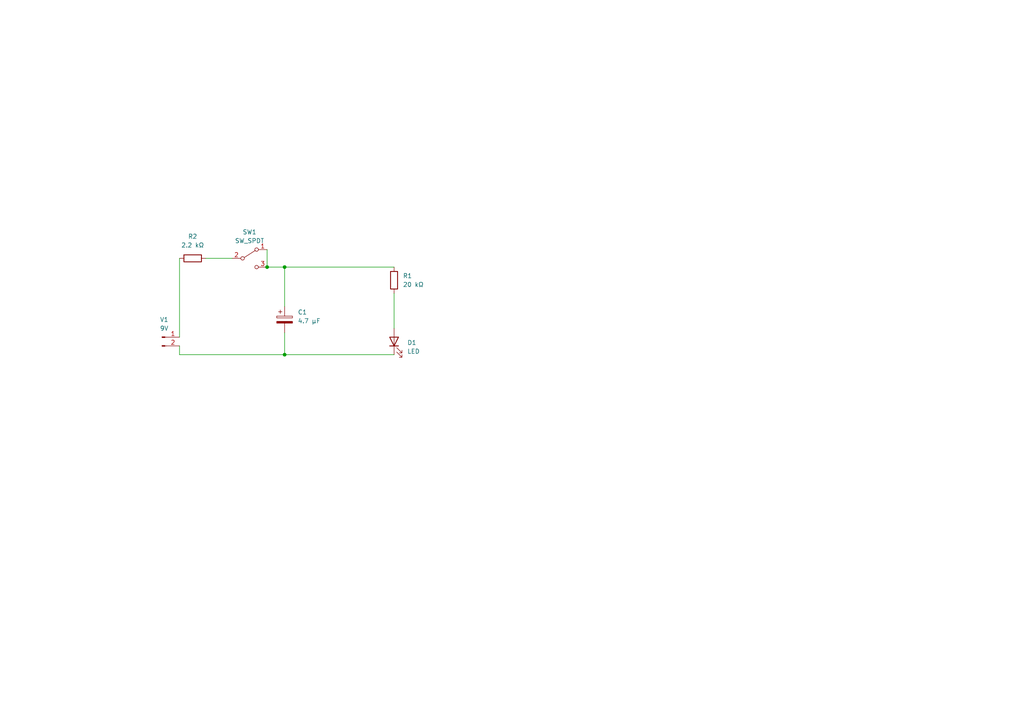
<source format=kicad_sch>
(kicad_sch (version 20211123) (generator eeschema)
  (paper "A4")
  (lib_symbols
    (symbol "Connector:Conn_01x02_Male" (pin_names (offset 1.016) hide)
      (property "Reference" "J" (at 0 2.54 0))
      (property "Value" "Conn_01x02_Male" (at 0 -5.08 0))
      (symbol "Conn_01x02_Male_1_1"
        (polyline (pts (xy 1.27 -2.54) (xy 0.8636 -2.54)) (stroke (width 0.1524)))
        (polyline (pts (xy 1.27 0) (xy 0.8636 0)) (stroke (width 0.1524)))
        (rectangle (start 0.8636 -2.413) (end 0 -2.667) (stroke (width 0.1524)) (fill (type outline)))
        (rectangle (start 0.8636 0.127) (end 0 -0.127) (stroke (width 0.1524)) (fill (type outline)))
        (pin passive line (at 5.08 0 180) (length 3.81) (name "Pin_1") (number "1"))
        (pin passive line (at 5.08 -2.54 180) (length 3.81) (name "Pin_2") (number "2"))
      )
    )
    (symbol "Device:C_Polarized" (pin_numbers hide) (pin_names (offset 0.254))
      (property "Reference" "C" (at 0.635 2.54 0))
      (property "Value" "C_Polarized" (at 0.635 -2.54 0))
      (symbol "C_Polarized_0_1"
        (rectangle (start -2.286 0.508) (end 2.286 1.016))
        (polyline (pts (xy -1.778 2.286) (xy -0.762 2.286)))
        (polyline (pts (xy -1.27 2.794) (xy -1.27 1.778)))
        (rectangle (start 2.286 -0.508) (end -2.286 -1.016) (fill (type outline)))
      )
      (symbol "C_Polarized_1_1"
        (pin passive line (at 0 3.81 270) (length 2.794) (name "~") (number "1"))
        (pin passive line (at 0 -3.81 90) (length 2.794) (name "~") (number "2"))
      )
    )
    (symbol "Device:LED" (pin_numbers hide) (pin_names (offset 1.016) hide)
      (property "Reference" "D" (at 0 2.54 0))
      (property "Value" "LED" (at 0 -2.54 0))
      (symbol "LED_0_1"
        (polyline (pts (xy -1.27 -1.27) (xy -1.27 1.27)) (stroke (width 0.254)))
        (polyline (pts (xy -1.27 0) (xy 1.27 0)))
        (polyline (pts (xy 1.27 -1.27) (xy 1.27 1.27) (xy -1.27 0) (xy 1.27 -1.27)) (stroke (width 0.254)))
        (polyline (pts (xy -3.048 -0.762) (xy -4.572 -2.286) (xy -3.81 -2.286) (xy -4.572 -2.286) (xy -4.572 -1.524)))
        (polyline (pts (xy -1.778 -0.762) (xy -3.302 -2.286) (xy -2.54 -2.286) (xy -3.302 -2.286) (xy -3.302 -1.524)))
      )
      (symbol "LED_1_1"
        (pin passive line (at -3.81 0 0) (length 2.54) (name "K") (number "1"))
        (pin passive line (at 3.81 0 180) (length 2.54) (name "A") (number "2"))
      )
    )
    (symbol "Device:R" (pin_numbers hide) (pin_names (offset 0))
      (property "Reference" "R" (at 2.032 0 90))
      (property "Value" "R" (at 0 0 90))
      (symbol "R_0_1"
        (rectangle (start -1.016 -2.54) (end 1.016 2.54) (stroke (width 0.254)))
      )
      (symbol "R_1_1"
        (pin passive line (at 0 3.81 270) (length 1.27) (name "~") (number "1"))
        (pin passive line (at 0 -3.81 90) (length 1.27) (name "~") (number "2"))
      )
    )
    (symbol "Switch:SW_SPDT" (pin_names (offset 0) hide)
      (property "Reference" "SW" (at 0 4.318 0))
      (property "Value" "SW_SPDT" (at 0 -5.08 0))
      (symbol "SW_SPDT_0_0"
        (circle (center -2.032 0) (radius 0.508))
        (circle (center 2.032 -2.54) (radius 0.508))
      )
      (symbol "SW_SPDT_0_1"
        (polyline (pts (xy -1.524 0.254) (xy 1.651 2.286)))
        (circle (center 2.032 2.54) (radius 0.508))
      )
      (symbol "SW_SPDT_1_1"
        (pin passive line (at 5.08 2.54 180) (length 2.54) (name "A") (number "1"))
        (pin passive line (at -5.08 0 0) (length 2.54) (name "B") (number "2"))
        (pin passive line (at 5.08 -2.54 180) (length 2.54) (name "C") (number "3"))
      )
    )
  )
  (junction (at 82.55 77.47))
  (junction (at 77.47 77.47))
  (junction (at 82.55 102.87))
  (wire (pts (xy 114.3 85.09) (xy 114.3 95.25)))
  (wire (pts (xy 82.55 77.47) (xy 114.3 77.47)))
  (wire (pts (xy 52.07 102.87) (xy 52.07 100.33)))
  (wire (pts (xy 77.47 72.39) (xy 77.47 77.47)))
  (wire (pts (xy 77.47 77.47) (xy 82.55 77.47)))
  (wire (pts (xy 52.07 74.93) (xy 52.07 97.79)))
  (wire (pts (xy 59.69 74.93) (xy 67.31 74.93)))
  (wire (pts (xy 82.55 102.87) (xy 52.07 102.87)))
  (wire (pts (xy 114.3 102.87) (xy 82.55 102.87)))
  (wire (pts (xy 82.55 77.47) (xy 82.55 88.9)))
  (wire (pts (xy 82.55 96.52) (xy 82.55 102.87)))
  (symbol (lib_id "Device:LED") (at 114.3 99.06 90) (unit 1)
    (property "Reference" "D1" (at 118.11 99.3774 90) (effects (justify right)))
    (property "Value" "LED" (at 118.11 101.9174 90) (effects (justify right)))
    (property "Footprint" "LED_THT:LED_D5.0mm" (effects hide))
  )
  (symbol (lib_id "Device:R") (at 55.88 74.93 270) (unit 1)
    (property "Reference" "R2" (at 55.88 68.58 90))
    (property "Value" "2.2 kΩ" (at 55.88 71.12 90))
    (property "Footprint" "Resistor_THT:R_Axial_DIN0516_L15.5mm_D5.0mm_P20.32mm_Horizontal" (effects hide))
  )
  (symbol (lib_id "Connector:Conn_01x02_Male") (at 46.99 97.79 0) (unit 1)
    (property "Reference" "V1" (at 47.625 92.71 0))
    (property "Value" "9V" (at 47.625 95.25 0))
    (property "Footprint" "Connector_JST:JST_PH_B2B-PH-K_1x02_P2.00mm_Vertical" (effects hide))
  )
  (symbol (lib_id "Device:C_Polarized") (at 82.55 92.71 0) (unit 1)
    (property "Reference" "C1" (at 86.36 90.5509 0) (effects (justify left)))
    (property "Value" "4.7 μF" (at 86.36 93.0909 0) (effects (justify left)))
    (property "Footprint" "Capacitor_THT:C_Radial_D5.0mm_H5.0mm_P2.00mm" (effects hide))
  )
  (symbol (lib_id "Device:R") (at 114.3 81.28 0) (unit 1)
    (property "Reference" "R1" (at 116.84 80.0099 0) (effects (justify left)))
    (property "Value" "20 kΩ" (at 116.84 82.5499 0) (effects (justify left)))
    (property "Footprint" "Resistor_THT:R_Axial_DIN0516_L15.5mm_D5.0mm_P20.32mm_Horizontal" (effects hide))
  )
  (symbol (lib_id "Switch:SW_SPDT") (at 72.39 74.93 0) (unit 1)
    (property "Reference" "SW1" (at 72.39 67.31 0))
    (property "Value" "SW_SPDT" (at 72.39 69.85 0))
    (property "Footprint" "Button_Switch_THT:SW_E-Switch_EG1224_SPDT_Angled" (effects hide))
  )
)
</source>
